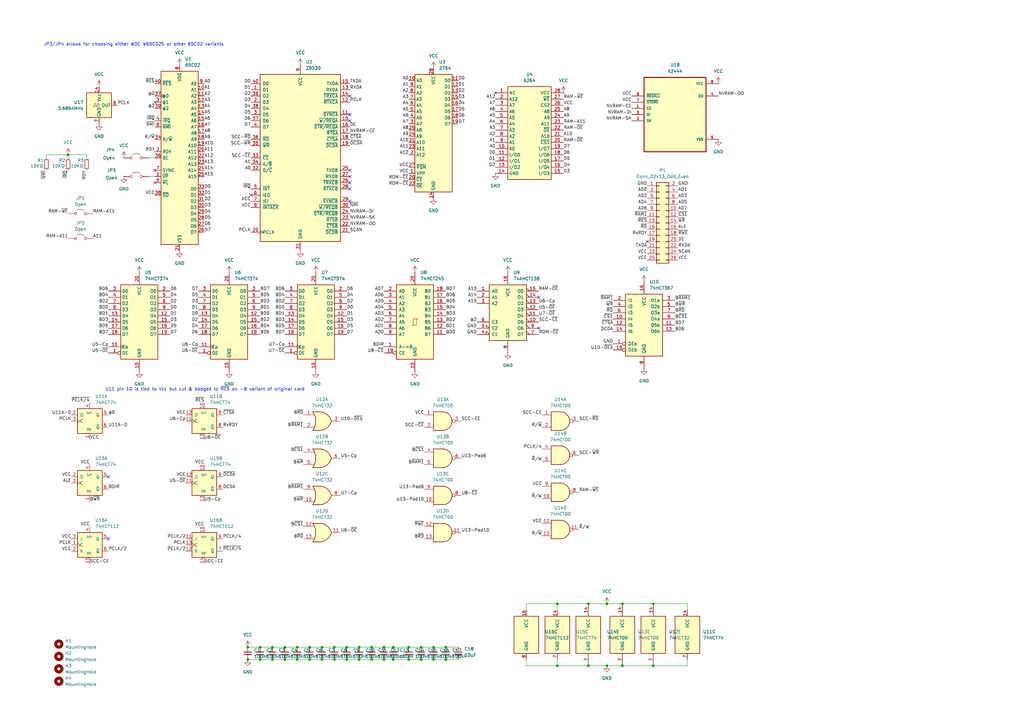
<source format=kicad_sch>
(kicad_sch (version 20231120) (generator "eeschema") (generator_version "8.0")
  (paper "A3")
  (junction (at 172.72 265.43))
  (junction (at 147.32 265.43))
  (junction (at 177.8 265.43))
  (junction (at 127 265.43))
  (junction (at 172.72 270.51))
  (junction (at 241.3 273.05))
  (junction (at 121.92 265.43))
  (junction (at 101.6 265.43))
  (junction (at 177.8 270.51))
  (junction (at 241.3 247.65))
  (junction (at 255.27 273.05))
  (junction (at 228.6 247.65))
  (junction (at 106.68 265.43))
  (junction (at 111.76 265.43))
  (junction (at 267.97 273.05))
  (junction (at 152.4 265.43))
  (junction (at 182.88 270.51))
  (junction (at 161.29 265.43))
  (junction (at 157.48 270.51))
  (junction (at 111.76 270.51))
  (junction (at 161.29 270.51))
  (junction (at 267.97 247.65))
  (junction (at 101.6 270.51))
  (junction (at 255.27 247.65))
  (junction (at 137.16 265.43))
  (junction (at 142.24 270.51))
  (junction (at 27.94 63.5))
  (junction (at 147.32 270.51))
  (junction (at 248.92 273.05))
  (junction (at 132.08 270.51))
  (junction (at 132.08 265.43))
  (junction (at 167.64 270.51))
  (junction (at 157.48 265.43))
  (junction (at 142.24 265.43))
  (junction (at 182.88 265.43))
  (junction (at 116.84 265.43))
  (junction (at 228.6 273.05))
  (junction (at 106.68 270.51))
  (junction (at 137.16 270.51))
  (junction (at 152.4 270.51))
  (junction (at 248.92 247.65))
  (junction (at 121.92 270.51))
  (junction (at 116.84 270.51))
  (junction (at 127 270.51))
  (junction (at 167.64 265.43))
  (no_connect (at 220.98 121.92))
  (no_connect (at 143.51 82.55))
  (no_connect (at 44.45 195.58))
  (no_connect (at 265.43 99.06))
  (no_connect (at 143.51 69.85))
  (no_connect (at 102.87 80.01))
  (no_connect (at 143.51 72.39))
  (no_connect (at 44.45 220.98))
  (no_connect (at 143.51 39.37))
  (no_connect (at 143.51 49.53))
  (no_connect (at 63.5 69.85))
  (no_connect (at 220.98 134.62))
  (no_connect (at 143.51 77.47))
  (no_connect (at 143.51 46.99))
  (no_connect (at 143.51 74.93))
  (no_connect (at 63.5 41.91))
  (no_connect (at 63.5 74.93))
  (wire (pts (xy 228.6 273.05) (xy 241.3 273.05)))
  (wire (pts (xy 241.3 273.05) (xy 248.92 273.05)))
  (wire (pts (xy 161.29 270.51) (xy 167.64 270.51)))
  (wire (pts (xy 60.96 64.77) (xy 63.5 64.77)))
  (wire (pts (xy 267.97 273.05) (xy 281.94 273.05)))
  (wire (pts (xy 27.94 63.5) (xy 35.56 63.5)))
  (wire (pts (xy 157.48 265.43) (xy 161.29 265.43)))
  (wire (pts (xy 228.6 247.65) (xy 228.6 250.19)))
  (wire (pts (xy 137.16 270.51) (xy 142.24 270.51)))
  (wire (pts (xy 228.6 247.65) (xy 241.3 247.65)))
  (wire (pts (xy 19.05 63.5) (xy 27.94 63.5)))
  (wire (pts (xy 101.6 265.43) (xy 106.68 265.43)))
  (wire (pts (xy 167.64 265.43) (xy 172.72 265.43)))
  (wire (pts (xy 255.27 273.05) (xy 267.97 273.05)))
  (wire (pts (xy 281.94 273.05) (xy 281.94 270.51)))
  (wire (pts (xy 248.92 247.65) (xy 255.27 247.65)))
  (wire (pts (xy 248.92 273.05) (xy 255.27 273.05)))
  (wire (pts (xy 172.72 265.43) (xy 177.8 265.43)))
  (wire (pts (xy 60.96 72.39) (xy 63.5 72.39)))
  (wire (pts (xy 215.9 273.05) (xy 228.6 273.05)))
  (wire (pts (xy 121.92 270.51) (xy 127 270.51)))
  (wire (pts (xy 35.56 64.77) (xy 35.56 63.5)))
  (wire (pts (xy 27.94 63.5) (xy 27.94 64.77)))
  (wire (pts (xy 152.4 270.51) (xy 157.48 270.51)))
  (wire (pts (xy 161.29 265.43) (xy 167.64 265.43)))
  (wire (pts (xy 142.24 265.43) (xy 147.32 265.43)))
  (wire (pts (xy 111.76 265.43) (xy 116.84 265.43)))
  (wire (pts (xy 147.32 265.43) (xy 152.4 265.43)))
  (wire (pts (xy 157.48 270.51) (xy 161.29 270.51)))
  (wire (pts (xy 182.88 265.43) (xy 187.96 265.43)))
  (wire (pts (xy 182.88 270.51) (xy 187.96 270.51)))
  (wire (pts (xy 106.68 265.43) (xy 111.76 265.43)))
  (wire (pts (xy 215.9 273.05) (xy 215.9 270.51)))
  (wire (pts (xy 255.27 247.65) (xy 267.97 247.65)))
  (wire (pts (xy 137.16 265.43) (xy 142.24 265.43)))
  (wire (pts (xy 121.92 265.43) (xy 127 265.43)))
  (wire (pts (xy 267.97 247.65) (xy 281.94 247.65)))
  (wire (pts (xy 132.08 270.51) (xy 137.16 270.51)))
  (wire (pts (xy 172.72 270.51) (xy 177.8 270.51)))
  (wire (pts (xy 19.05 64.77) (xy 19.05 63.5)))
  (wire (pts (xy 116.84 265.43) (xy 121.92 265.43)))
  (wire (pts (xy 106.68 270.51) (xy 111.76 270.51)))
  (wire (pts (xy 147.32 270.51) (xy 152.4 270.51)))
  (wire (pts (xy 132.08 265.43) (xy 137.16 265.43)))
  (wire (pts (xy 167.64 270.51) (xy 172.72 270.51)))
  (wire (pts (xy 228.6 273.05) (xy 228.6 270.51)))
  (wire (pts (xy 152.4 265.43) (xy 157.48 265.43)))
  (wire (pts (xy 127 270.51) (xy 132.08 270.51)))
  (wire (pts (xy 177.8 270.51) (xy 182.88 270.51)))
  (wire (pts (xy 142.24 270.51) (xy 147.32 270.51)))
  (wire (pts (xy 111.76 270.51) (xy 116.84 270.51)))
  (wire (pts (xy 215.9 247.65) (xy 228.6 247.65)))
  (wire (pts (xy 116.84 270.51) (xy 121.92 270.51)))
  (wire (pts (xy 101.6 270.51) (xy 106.68 270.51)))
  (wire (pts (xy 241.3 247.65) (xy 248.92 247.65)))
  (wire (pts (xy 215.9 247.65) (xy 215.9 250.19)))
  (wire (pts (xy 127 265.43) (xy 132.08 265.43)))
  (wire (pts (xy 177.8 265.43) (xy 182.88 265.43)))
  (wire (pts (xy 281.94 250.19) (xy 281.94 247.65)))
  (text "JP3/JP4 allows for choosing either WDC W65C02S or other 65C02 variants" (at 54.864 18.288 0) (effects (font (size 1.27 1.27))))
  (text "U11 pin 10 is tied to Vcc but cut & bodged to ~{RES} on -B variant of original card" (at 84.074 159.766 0) (effects (font (size 1.27 1.27))))
  (label "SCC-~{CE}" (at 102.87 64.77 180))
  (label "VCC" (at 173.99 170.18 180))
  (label "D5" (at 231.14 66.04 0))
  (label "B~{CS1}" (at 124.46 215.9 180))
  (label "TXDA" (at 143.51 34.29 0))
  (label "B~{RD}" (at 173.99 220.98 180))
  (label "A0" (at 203.2 60.96 180))
  (label "D3" (at 231.14 71.12 0))
  (label "~{RES}" (at 83.82 165.1 180))
  (label "PCLK{slash}4" (at 91.44 220.98 0))
  (label "U8-~{CE}" (at 157.48 144.78 180))
  (label "DCDA" (at 251.46 135.89 180))
  (label "D1" (at 81.28 127 180))
  (label "BD0" (at 116.84 127 180))
  (label "U13-Pad6" (at 173.99 200.66 180))
  (label "RAM-~{WE}" (at 231.14 40.64 0))
  (label "NVRAM-DI" (at 259.08 46.99 180))
  (label "U11A-D" (at 44.45 175.26 0))
  (label "D6" (at 231.14 63.5 0))
  (label "A10" (at 231.14 55.88 0))
  (label "BD7" (at 276.86 133.35 0))
  (label "A6" (at 167.64 48.26 180))
  (label "AD1" (at 278.13 78.74 0))
  (label "BD0" (at 44.45 127 180))
  (label "VCC" (at 29.21 195.58 180))
  (label "AD6" (at 157.48 121.92 180))
  (label "PCLK" (at 143.51 41.91 0))
  (label "R{slash}~{W}" (at 63.5 57.15 180))
  (label "D6" (at 102.87 49.53 180))
  (label "D1" (at 69.85 129.54 0))
  (label "~{DCDA}" (at 91.44 195.58 0))
  (label "AD3" (at 157.48 129.54 180))
  (label "SCAN" (at 143.51 95.25 0))
  (label "U5-Cp" (at 139.7 187.96 0))
  (label "BD1" (at 106.68 127 0))
  (label "A2" (at 167.64 38.1 180))
  (label "A4" (at 167.64 43.18 180))
  (label "BD6" (at 44.45 119.38 180))
  (label "D6" (at 142.24 119.38 0))
  (label "NVRAM-SK" (at 143.51 90.17 0))
  (label "~{CTSA}" (at 143.51 57.15 0))
  (label "D2" (at 102.87 39.37 180))
  (label "SCC-~{CE}" (at 220.98 132.08 0))
  (label "PCLK" (at 29.21 172.72 180))
  (label "SCC-~{WR}" (at 237.49 186.69 0))
  (label "AD0" (at 157.48 137.16 180))
  (label "VCC" (at 29.21 226.06 180))
  (label "AD4" (at 265.43 83.82 180))
  (label "U6-~{OE}" (at 139.7 218.44 0))
  (label "BD6" (at 116.84 119.38 180))
  (label "U13-Pad10" (at 189.23 218.44 0))
  (label "U5-Cp" (at 83.82 205.74 0))
  (label "NVRAM-DO" (at 294.64 39.37 0))
  (label "BD6" (at 276.86 135.89 0))
  (label "A13" (at 195.58 119.38 180))
  (label "D6" (at 83.82 92.71 0))
  (label "AD5" (at 278.13 83.82 0))
  (label "BD2" (at 182.88 132.08 0))
  (label "D5" (at 81.28 121.92 180))
  (label "A1" (at 102.87 67.31 180))
  (label "PCLK{slash}2" (at 76.2 220.98 180))
  (label "BD2" (at 106.68 132.08 0))
  (label "RxRDY" (at 265.43 96.52 180))
  (label "VCC" (at 36.83 190.5 180))
  (label "SCAN" (at 278.13 104.14 0))
  (label "U6-Cp" (at 81.28 142.24 180))
  (label "B~{RD}" (at 124.46 220.98 180))
  (label "B~{CS1}" (at 276.86 130.81 0))
  (label "U6-Cp" (at 220.98 124.46 0))
  (label "SCC-~{WR}" (at 102.87 59.69 180))
  (label "RAM-~{WE}" (at 237.49 201.93 0))
  (label "A7" (at 203.2 43.18 180))
  (label "SCC-~{CE}" (at 173.99 175.26 180))
  (label "BD0" (at 106.68 129.54 0))
  (label "B~{RAM1}" (at 124.46 200.66 180))
  (label "~{DCDA}" (at 143.51 59.69 0))
  (label "A5" (at 167.64 45.72 180))
  (label "A6" (at 83.82 49.53 0))
  (label "DE" (at 278.13 99.06 0))
  (label "A6" (at 203.2 45.72 180))
  (label "B~{CS1}" (at 173.99 185.42 180))
  (label "GND" (at 265.43 76.2 180))
  (label "D3" (at 69.85 132.08 0))
  (label "D0" (at 81.28 129.54 180))
  (label "A11" (at 167.64 60.96 180))
  (label "D2" (at 83.82 82.55 0))
  (label "A7" (at 83.82 52.07 0))
  (label "~{R}{slash}W" (at 237.49 217.17 0))
  (label "ROM-~{CE}" (at 167.64 73.66 180))
  (label "~{NMI}" (at 143.51 85.09 0))
  (label "VCC" (at 102.87 82.55 180))
  (label "RXDA" (at 278.13 101.6 0))
  (label "R{slash}~{W}" (at 222.25 175.26 180))
  (label "~{RAM1}" (at 251.46 123.19 180))
  (label "B~{RD}" (at 276.86 128.27 0))
  (label "D7" (at 231.14 60.96 0))
  (label "VCC" (at 102.87 85.09 180))
  (label "U5-~{OE}" (at 44.45 144.78 180))
  (label "BD5" (at 182.88 124.46 0))
  (label "D6" (at 187.96 48.26 0))
  (label "D4" (at 81.28 134.62 180))
  (label "D2" (at 81.28 132.08 180))
  (label "D5" (at 187.96 45.72 0))
  (label "D0" (at 203.2 63.5 180))
  (label "D1" (at 142.24 129.54 0))
  (label "VCC" (at 167.64 71.12 180))
  (label "~{RWE}" (at 278.13 96.52 0))
  (label "SCC-CE" (at 189.23 172.72 0))
  (label "VCC" (at 231.14 43.18 0))
  (label "VCC" (at 167.64 68.58 180))
  (label "D4" (at 187.96 43.18 0))
  (label "RxRDY" (at 91.44 175.26 0))
  (label "SCC-CE" (at 222.25 170.18 180))
  (label "VCC" (at 259.08 41.91 180))
  (label "D1" (at 187.96 35.56 0))
  (label "BD3" (at 182.88 129.54 0))
  (label "BD4" (at 182.88 127 0))
  (label "A3" (at 83.82 41.91 0))
  (label "SCC-CE" (at 36.83 231.14 0))
  (label "BD7" (at 182.88 119.38 0))
  (label "A3" (at 167.64 40.64 180))
  (label "RAM-A11" (at 231.14 50.8 0))
  (label "~{RD}" (at 251.46 128.27 180))
  (label "D1" (at 83.82 80.01 0))
  (label "BD4" (at 116.84 121.92 180))
  (label "BD1" (at 182.88 134.62 0))
  (label "D7" (at 142.24 137.16 0))
  (label "~{WR}" (at 278.13 91.44 0))
  (label "GND" (at 278.13 76.2 0))
  (label "U10-~{OEb}" (at 251.46 143.51 180))
  (label "TXDA" (at 265.43 101.6 180))
  (label "A2" (at 83.82 39.37 0))
  (label "~{NMI}" (at 19.05 69.85 270))
  (label "U7-~{OE}" (at 116.84 144.78 180))
  (label "BDIR" (at 44.45 200.66 0))
  (label "D2" (at 187.96 38.1 0))
  (label "B~{WR}" (at 276.86 125.73 0))
  (label "ROM-~{CE}" (at 167.64 76.2 180))
  (label "ϕ0" (at 44.45 170.18 0))
  (label "~{WR}" (at 251.46 125.73 180))
  (label "BD2" (at 116.84 124.46 180))
  (label "RDY" (at 35.56 69.85 270))
  (label "A9" (at 231.14 48.26 0))
  (label "BD3" (at 44.45 132.08 180))
  (label "U5-Cp" (at 44.45 142.24 180))
  (label "BD6" (at 106.68 137.16 0))
  (label "~{RD}" (at 265.43 93.98 180))
  (label "D4" (at 102.87 44.45 180))
  (label "~{RAM1}" (at 265.43 88.9 180))
  (label "D3" (at 81.28 124.46 180))
  (label "D4" (at 83.82 87.63 0))
  (label "~{IRQ}" (at 102.87 77.47 180))
  (label "D0" (at 83.82 77.47 0))
  (label "D1" (at 102.87 36.83 180))
  (label "GND" (at 195.58 134.62 180))
  (label "NVRAM-CE" (at 259.08 44.45 180))
  (label "~{PCLK{slash}4}" (at 36.83 165.1 180))
  (label "VCC" (at 265.43 104.14 180))
  (label "RDY" (at 63.5 62.23 180))
  (label "D3" (at 102.87 41.91 180))
  (label "B~{RAM1}" (at 276.86 123.19 0))
  (label "BD3" (at 106.68 124.46 0))
  (label "VCC" (at 36.83 215.9 180))
  (label "A0" (at 167.64 33.02 180))
  (label "D7" (at 83.82 95.25 0))
  (label "D1" (at 203.2 66.04 180))
  (label "BD5" (at 44.45 134.62 180))
  (label "~{R}{slash}W" (at 222.25 204.47 180))
  (label "U5-~{OE}" (at 220.98 127 0))
  (label "D5" (at 102.87 46.99 180))
  (label "RAM-~{OE}" (at 231.14 58.42 0))
  (label "NVRAM-DI" (at 143.51 87.63 0))
  (label "U7-Cp" (at 139.7 203.2 0))
  (label "D6" (at 81.28 137.16 180))
  (label "AD2" (at 265.43 81.28 180))
  (label "BD5" (at 116.84 134.62 180))
  (label "VCC" (at 278.13 106.68 0))
  (label "A7" (at 167.64 50.8 180))
  (label "B~{WR}" (at 36.83 205.74 0))
  (label "D5" (at 69.85 134.62 0))
  (label "~{PCLK{slash}4}" (at 91.44 226.06 0))
  (label "D0" (at 102.87 34.29 180))
  (label "~{CTSA}" (at 91.44 170.18 0))
  (label "ALE" (at 278.13 93.98 0))
  (label "U6-Cp" (at 76.2 172.72 180))
  (label "PCLK" (at 76.2 223.52 180))
  (label "~{RES}" (at 265.43 91.44 180))
  (label "D4" (at 142.24 121.92 0))
  (label "VCC" (at 222.25 199.39 180))
  (label "A1" (at 167.64 35.56 180))
  (label "ALE" (at 29.21 198.12 180))
  (label "VCC" (at 83.82 190.5 180))
  (label "A5" (at 83.82 46.99 0))
  (label "A11" (at 38.1 97.79 0))
  (label "~{IRQ}" (at 63.5 49.53 180))
  (label "ϕ2" (at 63.5 44.45 180))
  (label "A14" (at 83.82 69.85 0))
  (label "D0" (at 69.85 127 0))
  (label "A12" (at 203.2 40.64 180))
  (label "RAM-A11" (at 27.94 97.79 180))
  (label "~{CS1}" (at 251.46 130.81 180))
  (label "VCC" (at 265.43 106.68 180))
  (label "AD1" (at 157.48 134.62 180))
  (label "D5" (at 142.24 134.62 0))
  (label "A8" (at 231.14 45.72 0))
  (label "B~{RAM1}" (at 173.99 190.5 180))
  (label "AD0" (at 265.43 78.74 180))
  (label "VCC" (at 259.08 39.37 180))
  (label "A10" (at 167.64 58.42 180))
  (label "BDIR" (at 157.48 142.24 180))
  (label "BD4" (at 44.45 121.92 180))
  (label "BD3" (at 116.84 132.08 180))
  (label "R{slash}~{W}" (at 222.25 219.71 180))
  (label "D7" (at 69.85 137.16 0))
  (label "A0" (at 83.82 34.29 0))
  (label "VCC" (at 63.5 80.01 180))
  (label "BD7" (at 116.84 137.16 180))
  (label "A1" (at 83.82 36.83 0))
  (label "U7-~{OE}" (at 220.98 129.54 0))
  (label "A5" (at 203.2 48.26 180))
  (label "RXDA" (at 143.51 36.83 0))
  (label "PCLK" (at 102.87 95.25 180))
  (label "D0" (at 187.96 33.02 0))
  (label "GND" (at 195.58 137.16 180))
  (label "PCLK" (at 48.26 43.18 0))
  (label "A2" (at 203.2 55.88 180))
  (label "D3" (at 142.24 132.08 0))
  (label "B~{WR}" (at 124.46 205.74 180))
  (label "BD1" (at 116.84 129.54 180))
  (label "VCC" (at 76.2 195.58 180))
  (label "U7-Cp" (at 116.84 142.24 180))
  (label "SCC-CE" (at 83.82 231.14 0))
  (label "BD2" (at 44.45 124.46 180))
  (label "BD0" (at 182.88 137.16 0))
  (label "PCLK{slash}4" (at 222.25 184.15 180))
  (label "D7" (at 187.96 50.8 0))
  (label "A3" (at 203.2 53.34 180))
  (label "RAM-~{OE}" (at 231.14 53.34 0))
  (label "DCDA" (at 91.44 200.66 0))
  (label "AD7" (at 157.48 119.38 180))
  (label "U6-~{OE}" (at 81.28 144.78 180))
  (label "A10" (at 83.82 59.69 0))
  (label "D6" (at 69.85 119.38 0))
  (label "BD7" (at 106.68 119.38 0))
  (label "U5-~{OE}" (at 76.2 198.12 180))
  (label "A8" (at 83.82 54.61 0))
  (label "B~{RAM1}" (at 124.46 175.26 180))
  (label "~{RWE}" (at 173.99 215.9 180))
  (label "SCC-~{RD}" (at 102.87 57.15 180))
  (label "U10-~{OEb}" (at 139.7 172.72 0))
  (label "A9" (at 167.64 55.88 180))
  (label "~{CS1}" (at 278.13 88.9 0))
  (label "NVRAM-SK" (at 259.08 49.53 180))
  (label "AD6" (at 265.43 86.36 180))
  (label "U8-~{CE}" (at 189.23 203.2 0))
  (label "A0" (at 102.87 69.85 180))
  (label "U6-~{OE}" (at 83.82 180.34 0))
  (label "RAM-A11" (at 38.1 87.63 0))
  (label "~{RES}" (at 63.5 34.29 180))
  (label "D0" (at 142.24 127 0))
  (label "A4" (at 83.82 44.45 0))
  (label "D3" (at 83.82 85.09 0))
  (label "RAM-~{OE}" (at 220.98 119.38 0))
  (label "ROM-~{CE}" (at 220.98 137.16 0))
  (label "B~{WR}" (at 124.46 190.5 180))
  (label "BD5" (at 106.68 121.92 0))
  (label "GND" (at 251.46 140.97 180))
  (label "A12" (at 83.82 64.77 0))
  (label "D3" (at 187.96 40.64 0))
  (label "B~{RD}" (at 124.46 170.18 180))
  (label "D2" (at 142.24 124.46 0))
  (label "U13-Pad10" (at 173.99 205.74 180))
  (label "VCC" (at 36.83 180.34 0))
  (label "AD5" (at 157.48 124.46 180))
  (label "~{R}{slash}W" (at 222.25 189.23 180))
  (label "PCLK{slash}2" (at 76.2 226.06 180))
  (label "BD1" (at 44.45 129.54 180))
  (label "A13" (at 83.82 67.31 0))
  (label "DE" (at 143.51 52.07 0))
  (label "VCC" (at 222.25 214.63 180))
  (label "D2" (at 203.2 68.58 180))
  (label "PCLK{slash}2" (at 44.45 226.06 0))
  (label "A8" (at 167.64 53.34 180))
  (label "A15" (at 195.58 124.46 180))
  (label "VCC" (at 76.2 170.18 180))
  (label "U11A-D" (at 29.21 170.18 180))
  (label "VCC" (at 29.21 220.98 180))
  (label "B~{CS1}" (at 124.46 185.42 180))
  (label "A12" (at 167.64 63.5 180))
  (label "D5" (at 83.82 90.17 0))
  (label "ϕ2" (at 195.58 132.08 180))
  (label "D2" (at 69.85 124.46 0))
  (label "A4" (at 203.2 50.8 180))
  (label "~{NMI}" (at 63.5 52.07 180))
  (label "SCC-~{RD}" (at 237.49 172.72 0))
  (label "VCC" (at 83.82 215.9 180))
  (label "AD2" (at 157.48 132.08 180))
  (label "D7" (at 81.28 119.38 180))
  (label "U13-Pad6" (at 189.23 187.96 0))
  (label "BD6" (at 182.88 121.92 0))
  (label "AD7" (at 278.13 86.36 0))
  (label "ϕ0" (at 63.5 39.37 180))
  (label "A11" (at 83.82 62.23 0))
  (label "D7" (at 102.87 52.07 180))
  (label "D4" (at 69.85 121.92 0))
  (label "AD4" (at 157.48 127 180))
  (label "~{CTSA}" (at 251.46 133.35 180))
  (label "NVRAM-CE" (at 143.51 54.61 0))
  (label "A14" (at 195.58 121.92 180))
  (label "A1" (at 203.2 58.42 180))
  (label "~{IRQ}" (at 27.94 69.85 270))
  (label "BD7" (at 44.45 137.16 180))
  (label "A15" (at 83.82 72.39 0))
  (label "NVRAM-DO" (at 143.51 92.71 0))
  (label "A9" (at 83.82 57.15 0))
  (label "AD3" (at 278.13 81.28 0))
  (label "RAM-~{WE}" (at 27.94 87.63 180))
  (label "BD4" (at 106.68 134.62 0))
  (label "D4" (at 231.14 68.58 0))
  (label "PCLK" (at 29.21 223.52 180))
  (symbol (lib_id "power:VCC") (at 101.6 265.43 0) (unit 1)
    (property "Reference" "#PWR028" (effects (hide yes)))
    (property "Value" "VCC" (at 101.6 260.35 0))
    (property "Description" "Power symbol creates a global label with name \"VCC\"" (effects (hide yes)))
  )
  (symbol (lib_id "power:GND") (at 264.16 151.13 0) (unit 1)
    (property "Reference" "#PWR019" (effects (hide yes)))
    (property "Value" "GND" (at 264.16 156.21 0))
    (property "Description" "Power symbol creates a global label with name \"GND\" , ground" (effects (hide yes)))
  )
  (symbol (lib_id "74xx:74LS00") (at 181.61 218.44 0) (unit 4)
    (property "Reference" "U13" (at 181.6017 209.55 0))
    (property "Value" "74HCT00" (at 181.6017 212.09 0))
    (property "Footprint" "Package_DIP:DIP-14_W7.62mm" (effects (hide yes)))
    (property "Description" "quad 2-input NAND gate" (effects (hide yes)))
    (property "DigiKey Part Number" "296-2081-5-ND" (effects (hide yes)))
    (property "Mouser Part Number" "595-SN74HCT00N" (effects (hide yes)))
    (property "Manufacturer Part Number" "CD74HCT00E" (effects (hide yes)))
  )
  (symbol (lib_id "74xx:74LS112") (at 36.83 223.52 0) (unit 1)
    (property "Reference" "U16" (at 39.0241 213.36 0) (effects (justify left)))
    (property "Value" "74HCT112" (at 39.0241 215.9 0) (effects (justify left)))
    (property "Footprint" "Package_DIP:DIP-16_W7.62mm" (effects (hide yes)))
    (property "Description" "dual JK Flip-Flop, Set & Reset" (effects (hide yes)))
    (property "DigiKey Part Number" "296-9248-5-ND" (effects (hide yes)))
    (property "Mouser Part Number" "595-CD74HCT112E" (effects (hide yes)))
    (property "Manufacturer Part Number" "CD74HCT112E" (effects (hide yes)))
  )
  (symbol (lib_id "74xx:74LS374") (at 129.54 132.08 0) (unit 1)
    (property "Reference" "U7" (at 131.7341 111.76 0) (effects (justify left)))
    (property "Value" "74HCT374" (at 131.7341 114.3 0) (effects (justify left)))
    (property "Footprint" "Package_DIP:DIP-20_W7.62mm" (effects (hide yes)))
    (property "Description" "8-bit Register, 3-state outputs" (effects (hide yes)))
    (property "DigiKey Part Number" "296-1617-5-ND" (effects (hide yes)))
    (property "Mouser Part Number" "595-SN74HCT374N" (effects (hide yes)))
    (property "Manufacturer Part Number" "SN74HCT374N" (effects (hide yes)))
  )
  (symbol (lib_id "power:GND") (at 203.2 71.12 0) (unit 1)
    (property "Reference" "#PWR021" (effects (hide yes)))
    (property "Value" "GND" (at 203.2 76.2 0))
    (property "Description" "Power symbol creates a global label with name \"GND\" , ground" (effects (hide yes)))
  )
  (symbol (lib_id "Jumper:Jumper_2_Open") (at 55.88 72.39 0) (unit 1) (exclude_from_sim yes)
    (property "Reference" "JP3" (at 45.72 69.85 0))
    (property "Value" "Open" (at 45.72 72.898 0))
    (property "Footprint" "library:Jumper_1x02_P2.54mm_Vertical-SolderBridge" (effects (hide yes)))
    (property "Description" "Jumper, 2-pole, open" (effects (hide yes)))
  )
  (symbol (lib_id "power:VCC") (at 129.54 111.76 0) (unit 1)
    (property "Reference" "#PWR09" (effects (hide yes)))
    (property "Value" "VCC" (at 129.54 106.68 0))
    (property "Description" "Power symbol creates a global label with name \"VCC\"" (effects (hide yes)))
  )
  (symbol (lib_id "library:CAT24C44LI") (at 276.86 46.99 0) (unit 1)
    (property "Reference" "U18" (at 276.86 26.67 0))
    (property "Value" "X2444" (at 276.86 29.21 0))
    (property "Footprint" "Package_DIP:DIP-8_W7.62mm" (effects (hide yes)))
    (property "SnapEDA_Link" "https://www.snapeda.com/parts/CAT24C44LI/Onsemi/view-part/?ref=snap" (effects (hide yes)))
    (property "Description_1" "\n                        \n                            NVSRAM (Non-Volatile SRAM) Memory IC 256b (16 x 16) SPI 1 MHz 8-PDIP\n                        \n" (effects (hide yes)))
    (property "MF" "ON Semiconductor" (effects (hide yes)))
    (property "Package" "DIP-8 ON Semiconductor" (effects (hide yes)))
    (property "Check_prices" "https://www.snapeda.com/parts/CAT24C44LI/Onsemi/view-part/?ref=eda" (effects (hide yes)))
    (property "MP" "CAT24C44LI" (effects (hide yes)))
    (property "DigiKey Part Number" "CAT24C44LI-ND" (effects (hide yes)))
  )
  (symbol (lib_id "Mechanical:MountingHole") (at 24.13 264.16 0) (unit 1) (exclude_from_sim yes)
    (property "Reference" "H1" (at 26.67 262.8899 0) (effects (justify left)))
    (property "Value" "MountingHole" (at 26.67 265.4299 0) (effects (justify left)))
    (property "Description" "Mounting Hole without connection" (effects (hide yes)))
    (property "DigiKey Part Number" "952-3469-ND" (effects (hide yes)))
    (property "Mouser Part Number" "855-R6413-00" (effects (hide yes)))
    (property "Manufacturer Part Number" "R6413-00" (effects (hide yes)))
  )
  (symbol (lib_id "power:GND") (at 170.18 152.4 0) (unit 1)
    (property "Reference" "#PWR017" (effects (hide yes)))
    (property "Value" "GND" (at 170.18 157.48 0))
    (property "Description" "Power symbol creates a global label with name \"GND\" , ground" (effects (hide yes)))
  )
  (symbol (lib_id "74xx:74LS00") (at 229.87 172.72 0) (unit 1)
    (property "Reference" "U14" (at 229.8617 163.83 0))
    (property "Value" "74HCT00" (at 229.8617 166.37 0))
    (property "Footprint" "Package_DIP:DIP-14_W7.62mm" (effects (hide yes)))
    (property "Description" "quad 2-input NAND gate" (effects (hide yes)))
    (property "Manufacturer Part Number" "CD74HCT00E" (effects (hide yes)))
    (property "Mouser Part Number" "595-SN74HCT00N" (effects (hide yes)))
    (property "DigiKey Part Number" "296-2081-5-ND" (effects (hide yes)))
  )
  (symbol (lib_id "74xx:74LS374") (at 57.15 132.08 0) (unit 1)
    (property "Reference" "U5" (at 59.3441 111.76 0) (effects (justify left)))
    (property "Value" "74HCT374" (at 59.3441 114.3 0) (effects (justify left)))
    (property "Footprint" "Package_DIP:DIP-20_W7.62mm" (effects (hide yes)))
    (property "Description" "8-bit Register, 3-state outputs" (effects (hide yes)))
    (property "DigiKey Part Number" "296-1617-5-ND" (effects (hide yes)))
    (property "Mouser Part Number" "595-SN74HCT374N" (effects (hide yes)))
    (property "Manufacturer Part Number" "SN74HCT374N" (effects (hide yes)))
  )
  (symbol (lib_id "library:C_Decouple") (at 177.8 267.97 0) (unit 1)
    (property "Reference" "C16" (at 180.34 266.7062 0) (effects (justify left)))
    (property "Value" "100nF" (at 180.34 269.2462 0) (effects (justify left)))
    (property "Footprint" "Capacitor_THT:C_Disc_D4.3mm_W1.9mm_P5.00mm" (effects (hide yes)))
    (property "Description" "Unpolarized capacitor, small symbol" (effects (hide yes)))
    (property "DigiKey Part Number" "445-173588-1-ND" (effects (hide yes)))
    (property "Mouser Part Number" "810-FG28X7R1H104KNT6" (effects (hide yes)))
    (property "Manufacturer Part Number" "FG28X7R1H104KNT06" (effects (hide yes)))
  )
  (symbol (lib_id "74xx:74LS00") (at 229.87 217.17 0) (unit 4)
    (property "Reference" "U14" (at 229.8617 208.28 0))
    (property "Value" "74HCT00" (at 229.8617 210.82 0))
    (property "Footprint" "Package_DIP:DIP-14_W7.62mm" (effects (hide yes)))
    (property "Description" "quad 2-input NAND gate" (effects (hide yes)))
    (property "Manufacturer Part Number" "CD74HCT00E" (effects (hide yes)))
    (property "DigiKey Part Number" "296-2081-5-ND" (effects (hide yes)))
    (property "Mouser Part Number" "595-SN74HCT00N" (effects (hide yes)))
  )
  (symbol (lib_id "power:VCC") (at 208.28 111.76 0) (unit 1)
    (property "Reference" "#PWR07" (effects (hide yes)))
    (property "Value" "VCC" (at 208.28 106.68 0))
    (property "Description" "Power symbol creates a global label with name \"VCC\"" (effects (hide yes)))
  )
  (symbol (lib_id "74xx:74LS112") (at 83.82 223.52 0) (unit 2)
    (property "Reference" "U16" (at 86.0141 213.36 0) (effects (justify left)))
    (property "Value" "74HCT112" (at 86.0141 215.9 0) (effects (justify left)))
    (property "Footprint" "Package_DIP:DIP-16_W7.62mm" (effects (hide yes)))
    (property "Description" "dual JK Flip-Flop, Set & Reset" (effects (hide yes)))
    (property "DigiKey Part Number" "296-9248-5-ND" (effects (hide yes)))
    (property "Mouser Part Number" "595-CD74HCT112E" (effects (hide yes)))
    (property "Manufacturer Part Number" "CD74HCT112E" (effects (hide yes)))
  )
  (symbol (lib_id "power:VCC") (at 231.14 38.1 0) (unit 1)
    (property "Reference" "#PWR04" (effects (hide yes)))
    (property "Value" "VCC" (at 231.14 33.02 0))
    (property "Description" "Power symbol creates a global label with name \"VCC\"" (effects (hide yes)))
  )
  (symbol (lib_id "Oscillator:ACO-xxxMHz") (at 40.64 43.18 0) (unit 1)
    (property "Reference" "U17" (at 34.29 41.9099 0) (effects (justify right)))
    (property "Value" "3.6864MHz" (at 34.29 44.4499 0) (effects (justify right)))
    (property "Footprint" "library:Oscillator_DIP-8-14" (effects (hide yes)))
    (property "Datasheet" "http://www.conwin.com/datasheets/cx/cx030.pdf" (effects (hide yes)))
    (property "Description" "HCMOS Crystal Clock Oscillator, DIP14-style metal package" (effects (hide yes)))
    (property "DigiKey Part Number" "X941-ND" (effects (hide yes)))
    (property "Mouser Part Number" "774-MXO45-3C-3.6" (effects (hide yes)))
    (property "Manufacturer Part Number" "ECS-100AX-036" (effects (hide yes)))
  )
  (symbol (lib_id "74xx:74LS32") (at 132.08 172.72 0) (unit 1)
    (property "Reference" "U12" (at 132.08 163.83 0))
    (property "Value" "74HCT32" (at 132.08 166.37 0))
    (property "Footprint" "Package_DIP:DIP-14_W7.62mm" (effects (hide yes)))
    (property "Datasheet" "http://www.ti.com/lit/gpn/sn74LS32" (effects (hide yes)))
    (property "Description" "Quad 2-input OR" (effects (hide yes)))
    (property "DigiKey Part Number" "296-2112-5-ND" (effects (hide yes)))
    (property "Mouser Part Number" "595-CD74HCT112E" (effects (hide yes)))
    (property "Manufacturer Part Number" "CD74HCT32E" (effects (hide yes)))
  )
  (symbol (lib_id "library:C_Decouple") (at 142.24 267.97 0) (unit 1)
    (property "Reference" "C9" (at 144.78 266.7062 0) (effects (justify left)))
    (property "Value" "100nF" (at 144.78 269.2462 0) (effects (justify left)))
    (property "Footprint" "Capacitor_THT:C_Disc_D4.3mm_W1.9mm_P5.00mm" (effects (hide yes)))
    (property "Description" "Unpolarized capacitor, small symbol" (effects (hide yes)))
    (property "DigiKey Part Number" "445-173588-1-ND" (effects (hide yes)))
    (property "Mouser Part Number" "810-FG28X7R1H104KNT6" (effects (hide yes)))
    (property "Manufacturer Part Number" "FG28X7R1H104KNT06" (effects (hide yes)))
  )
  (symbol (lib_id "Jumper:Jumper_2_Open") (at 33.02 87.63 0) (unit 1) (exclude_from_sim yes)
    (property "Reference" "JP1" (at 33.02 81.28 0))
    (property "Value" "Open" (at 33.02 83.82 0))
    (property "Footprint" "library:Jumper_1x02_P2.54mm_Vertical-SolderBridge" (effects (hide yes)))
    (property "Description" "Jumper, 2-pole, open" (effects (hide yes)))
  )
  (symbol (lib_id "74xx:74LS00") (at 229.87 186.69 0) (unit 2)
    (property "Reference" "U14" (at 229.8617 177.8 0))
    (property "Value" "74HCT00" (at 229.8617 180.34 0))
    (property "Footprint" "Package_DIP:DIP-14_W7.62mm" (effects (hide yes)))
    (property "Description" "quad 2-input NAND gate" (effects (hide yes)))
    (property "Manufacturer Part Number" "CD74HCT00E" (effects (hide yes)))
    (property "Mouser Part Number" "595-SN74HCT00N" (effects (hide yes)))
    (property "DigiKey Part Number" "296-2081-5-ND" (effects (hide yes)))
  )
  (symbol (lib_id "74xx:74LS374") (at 93.98 132.08 0) (unit 1)
    (property "Reference" "U6" (at 96.1741 111.76 0) (effects (justify left)))
    (property "Value" "74HCT374" (at 96.1741 114.3 0) (effects (justify left)))
    (property "Footprint" "Package_DIP:DIP-20_W7.62mm" (effects (hide yes)))
    (property "Description" "8-bit Register, 3-state outputs" (effects (hide yes)))
    (property "DigiKey Part Number" "296-1617-5-ND" (effects (hide yes)))
    (property "Mouser Part Number" "595-SN74HCT374N" (effects (hide yes)))
    (property "Manufacturer Part Number" "SN74HCT374N" (effects (hide yes)))
  )
  (symbol (lib_id "74xx:74LS74") (at 83.82 172.72 0) (unit 2)
    (property "Reference" "U11" (at 86.0141 162.56 0) (effects (justify left)))
    (property "Value" "74HCT74" (at 86.0141 165.1 0) (effects (justify left)))
    (property "Footprint" "Package_DIP:DIP-14_W7.62mm" (effects (hide yes)))
    (property "Datasheet" "74xx/74hc_hct74.pdf" (effects (hide yes)))
    (property "Description" "Dual D Flip-flop, Set & Reset" (effects (hide yes)))
    (property "DigiKey Part Number" "296-1625-5-ND" (effects (hide yes)))
    (property "Mouser Part Number" "595-SN74HC74N" (effects (hide yes)))
    (property "Manufacturer Part Number" "SN74HCT74N" (effects (hide yes)))
  )
  (symbol (lib_id "power:VCC") (at 93.98 111.76 0) (unit 1)
    (property "Reference" "#PWR010" (effects (hide yes)))
    (property "Value" "VCC" (at 93.98 106.68 0))
    (property "Description" "Power symbol creates a global label with name \"VCC\"" (effects (hide yes)))
  )
  (symbol (lib_id "power:VCC") (at 294.64 34.29 0) (unit 1)
    (property "Reference" "#PWR05" (effects (hide yes)))
    (property "Value" "VCC" (at 294.64 29.21 0))
    (property "Description" "Power symbol creates a global label with name \"VCC\"" (effects (hide yes)))
  )
  (symbol (lib_id "Mechanical:MountingHole") (at 24.13 279.4 0) (unit 1) (exclude_from_sim yes)
    (property "Reference" "H4" (at 26.67 278.1299 0) (effects (justify left)))
    (property "Value" "MountingHole" (at 26.67 280.6699 0) (effects (justify left)))
    (property "Description" "Mounting Hole without connection" (effects (hide yes)))
    (property "DigiKey Part Number" "952-3469-ND" (effects (hide yes)))
    (property "Mouser Part Number" "855-R6413-00" (effects (hide yes)))
    (property "Manufacturer Part Number" "R6413-00" (effects (hide yes)))
  )
  (symbol (lib_id "library:C_Decouple") (at 101.6 267.97 0) (unit 1)
    (property "Reference" "C1" (at 104.14 266.7062 0) (effects (justify left)))
    (property "Value" "100nF" (at 104.14 269.2462 0) (effects (justify left)))
    (property "Footprint" "Capacitor_THT:C_Disc_D4.3mm_W1.9mm_P5.00mm" (effects (hide yes)))
    (property "Description" "Unpolarized capacitor, small symbol" (effects (hide yes)))
    (property "DigiKey Part Number" "445-173588-1-ND" (effects (hide yes)))
    (property "Mouser Part Number" "810-FG28X7R1H104KNT6" (effects (hide yes)))
    (property "Manufacturer Part Number" "FG28X7R1H104KNT06" (effects (hide yes)))
  )
  (symbol (lib_id "power:GND") (at 50.8 72.39 0) (unit 1)
    (property "Reference" "#PWR31" (effects (hide yes)))
    (property "Value" "GND" (at 50.8 77.47 0))
    (property "Description" "Power symbol creates a global label with name \"GND\" , ground" (effects (hide yes)))
  )
  (symbol (lib_id "74xx:74LS32") (at 132.08 218.44 0) (unit 4)
    (property "Reference" "U12" (at 132.08 209.55 0))
    (property "Value" "74HCT32" (at 132.08 212.09 0))
    (property "Footprint" "Package_DIP:DIP-14_W7.62mm" (effects (hide yes)))
    (property "Datasheet" "http://www.ti.com/lit/gpn/sn74LS32" (effects (hide yes)))
    (property "Description" "Quad 2-input OR" (effects (hide yes)))
    (property "DigiKey Part Number" "296-2112-5-ND" (effects (hide yes)))
    (property "Mouser Part Number" "595-CD74HCT112E" (effects (hide yes)))
    (property "Manufacturer Part Number" "CD74HCT32E" (effects (hide yes)))
  )
  (symbol (lib_id "power:VCC") (at 123.19 26.67 0) (unit 1)
    (property "Reference" "#PWR02" (effects (hide yes)))
    (property "Value" "VCC" (at 123.19 21.59 0))
    (property "Description" "Power symbol creates a global label with name \"VCC\"" (effects (hide yes)))
  )
  (symbol (lib_id "PCM_65xx-library:W65C02SxP") (at 73.66 64.77 0) (unit 1)
    (property "Reference" "U1" (at 75.8541 24.13 0) (effects (justify left)))
    (property "Value" "65C02" (at 75.8541 26.67 0) (effects (justify left)))
    (property "Footprint" "Package_DIP:DIP-40_W15.24mm" (effects (hide yes)))
    (property "Datasheet" "http://www.westerndesigncenter.com/wdc/documentation/w65c02s.pdf" (effects (hide yes)))
    (property "Description" "8-bit CMOS General Purpose Microprocessor, DIP-40" (effects (hide yes)))
    (property "Mouser Part Number" "955-W65C02S6TPG-14" (effects (hide yes)))
    (property "Manufacturer Part Number" "W65C02S6TPG-14" (effects (hide yes)))
  )
  (symbol (lib_id "library:C_Decouple") (at 147.32 267.97 0) (unit 1)
    (property "Reference" "C10" (at 149.86 266.7062 0) (effects (justify left)))
    (property "Value" "100nF" (at 149.86 269.2462 0) (effects (justify left)))
    (property "Footprint" "Capacitor_THT:C_Disc_D4.3mm_W1.9mm_P5.00mm" (effects (hide yes)))
    (property "Description" "Unpolarized capacitor, small symbol" (effects (hide yes)))
    (property "DigiKey Part Number" "445-173588-1-ND" (effects (hide yes)))
    (property "Mouser Part Number" "810-FG28X7R1H104KNT6" (effects (hide yes)))
    (property "Manufacturer Part Number" "FG28X7R1H104KNT06" (effects (hide yes)))
  )
  (symbol (lib_id "library:C_Decouple") (at 116.84 267.97 0) (unit 1)
    (property "Reference" "C4" (at 119.38 266.7062 0) (effects (justify left)))
    (property "Value" "100nF" (at 119.38 269.2462 0) (effects (justify left)))
    (property "Footprint" "Capacitor_THT:C_Disc_D4.3mm_W1.9mm_P5.00mm" (effects (hide yes)))
    (property "Description" "Unpolarized capacitor, small symbol" (effects (hide yes)))
    (property "DigiKey Part Number" "445-173588-1-ND" (effects (hide yes)))
    (property "Mouser Part Number" "810-FG28X7R1H104KNT6" (effects (hide yes)))
    (property "Manufacturer Part Number" "FG28X7R1H104KNT06" (effects (hide yes)))
  )
  (symbol (lib_id "library:C_Decouple") (at 161.29 267.97 0) (unit 1)
    (property "Reference" "C13" (at 163.83 266.7062 0) (effects (justify left)))
    (property "Value" "100nF" (at 163.83 269.2462 0) (effects (justify left)))
    (property "Footprint" "Capacitor_THT:C_Disc_D4.3mm_W1.9mm_P5.00mm" (effects (hide yes)))
    (property "Description" "Unpolarized capacitor, small symbol" (effects (hide yes)))
    (property "DigiKey Part Number" "445-173588-1-ND" (effects (hide yes)))
    (property "Mouser Part Number" "810-FG28X7R1H104KNT6" (effects (hide yes)))
    (property "Manufacturer Part Number" "FG28X7R1H104KNT06" (effects (hide yes)))
  )
  (symbol (lib_id "74xx:74LS74") (at 36.83 172.72 0) (unit 1)
    (property "Reference" "U11" (at 39.0241 162.56 0) (effects (justify left)))
    (property "Value" "74HCT74" (at 39.0241 165.1 0) (effects (justify left)))
    (property "Footprint" "Package_DIP:DIP-14_W7.62mm" (effects (hide yes)))
    (property "Datasheet" "74xx/74hc_hct74.pdf" (effects (hide yes)))
    (property "Description" "Dual D Flip-flop, Set & Reset" (effects (hide yes)))
    (property "DigiKey Part Number" "296-1625-5-ND" (effects (hide yes)))
    (property "Mouser Part Number" "595-SN74HC74N" (effects (hide yes)))
    (property "Manufacturer Part Number" "SN74HCT74N" (effects (hide yes)))
  )
  (symbol (lib_id "power:GND") (at 129.54 152.4 0) (unit 1)
    (property "Reference" "#PWR016" (effects (hide yes)))
    (property "Value" "GND" (at 129.54 157.48 0))
    (property "Description" "Power symbol creates a global label with name \"GND\" , ground" (effects (hide yes)))
  )
  (symbol (lib_id "power:VCC") (at 170.18 111.76 0) (unit 1)
    (property "Reference" "#PWR08" (effects (hide yes)))
    (property "Value" "VCC" (at 170.18 106.68 0))
    (property "Description" "Power symbol creates a global label with name \"VCC\"" (effects (hide yes)))
  )
  (symbol (lib_id "Device:R_Small") (at 35.56 67.31 0) (unit 1)
    (property "Reference" "R3" (at 31.75 65.786 0) (effects (justify left)))
    (property "Value" "10KΩ" (at 28.956 68.072 0) (effects (justify left)))
    (property "Footprint" "Resistor_THT:R_Axial_DIN0207_L6.3mm_D2.5mm_P7.62mm_Horizontal" (effects (hide yes)))
    (property "Description" "Resistor, small symbol" (effects (hide yes)))
    (property "DigiKey Part Number" "10KEBK-ND" (effects (hide yes)))
    (property "Manufacturer Part Number" "CFR-12JB-52-10K" (effects (hide yes)))
    (property "Mouser Part Number" "603-CFR-12JB-52-10K" (effects (hide yes)))
  )
  (symbol (lib_id "74xx:74LS00") (at 255.27 260.35 0) (unit 5)
    (property "Reference" "U13" (at 261.62 259.0799 0) (effects (justify left)))
    (property "Value" "74HCT00" (at 261.62 261.6199 0) (effects (justify left)))
    (property "Footprint" "Package_DIP:DIP-14_W7.62mm" (effects (hide yes)))
    (property "Description" "quad 2-input NAND gate" (effects (hide yes)))
    (property "DigiKey Part Number" "296-2081-5-ND" (effects (hide yes)))
    (property "Mouser Part Number" "595-SN74HCT00N" (effects (hide yes)))
    (property "Manufacturer Part Number" "CD74HCT00E" (effects (hide yes)))
  )
  (symbol (lib_id "library:C_Decouple") (at 152.4 267.97 0) (unit 1)
    (property "Reference" "C11" (at 154.94 266.7062 0) (effects (justify left)))
    (property "Value" "100nF" (at 154.94 269.2462 0) (effects (justify left)))
    (property "Footprint" "Capacitor_THT:C_Disc_D4.3mm_W1.9mm_P5.00mm" (effects (hide yes)))
    (property "Description" "Unpolarized capacitor, small symbol" (effects (hide yes)))
    (property "DigiKey Part Number" "445-173588-1-ND" (effects (hide yes)))
    (property "Mouser Part Number" "810-FG28X7R1H104KNT6" (effects (hide yes)))
    (property "Manufacturer Part Number" "FG28X7R1H104KNT06" (effects (hide yes)))
  )
  (symbol (lib_id "power:GND") (at 93.98 152.4 0) (unit 1)
    (property "Reference" "#PWR015" (effects (hide yes)))
    (property "Value" "GND" (at 93.98 157.48 0))
    (property "Description" "Power symbol creates a global label with name \"GND\" , ground" (effects (hide yes)))
  )
  (symbol (lib_id "power:GND") (at 177.8 81.28 0) (unit 1)
    (property "Reference" "#PWR022" (effects (hide yes)))
    (property "Value" "GND" (at 177.8 86.36 0))
    (property "Description" "Power symbol creates a global label with name \"GND\" , ground" (effects (hide yes)))
  )
  (symbol (lib_id "74xx:74LS74") (at 83.82 198.12 0) (unit 2)
    (property "Reference" "U15" (at 86.0141 187.96 0) (effects (justify left)))
    (property "Value" "74HCT74" (at 86.0141 190.5 0) (effects (justify left)))
    (property "Footprint" "Package_DIP:DIP-14_W7.62mm" (effects (hide yes)))
    (property "Datasheet" "74xx/74hc_hct74.pdf" (effects (hide yes)))
    (property "Description" "Dual D Flip-flop, Set & Reset" (effects (hide yes)))
    (property "DigiKey Part Number" "296-1625-5-ND" (effects (hide yes)))
    (property "Mouser Part Number" "595-SN74HC74N" (effects (hide yes)))
    (property "Manufacturer Part Number" "SN74HCT74N" (effects (hide yes)))
  )
  (symbol (lib_id "power:VCC") (at 57.15 111.76 0) (unit 1)
    (property "Reference" "#PWR011" (effects (hide yes)))
    (property "Value" "VCC" (at 57.15 106.68 0))
    (property "Description" "Power symbol creates a global label with name \"VCC\"" (effects (hide yes)))
  )
  (symbol (lib_id "power:VCC") (at 27.94 63.5 0) (unit 1)
    (property "Reference" "#PWR029" (effects (hide yes)))
    (property "Value" "VCC" (at 27.94 58.42 0))
    (property "Description" "Power symbol creates a global label with name \"VCC\"" (effects (hide yes)))
  )
  (symbol (lib_id "power:VCC") (at 177.8 27.94 0) (unit 1)
    (property "Reference" "#PWR03" (effects (hide yes)))
    (property "Value" "VCC" (at 177.8 22.86 0))
    (property "Description" "Power symbol creates a global label with name \"VCC\"" (effects (hide yes)))
  )
  (symbol (lib_id "library:C_Decouple") (at 172.72 267.97 0) (unit 1)
    (property "Reference" "C15" (at 175.26 266.7062 0) (effects (justify left)))
    (property "Value" "100nF" (at 175.26 269.2462 0) (effects (justify left)))
    (property "Footprint" "Capacitor_THT:C_Disc_D4.3mm_W1.9mm_P5.00mm" (effects (hide yes)))
    (property "Description" "Unpolarized capacitor, small symbol" (effects (hide yes)))
    (property "DigiKey Part Number" "445-173588-1-ND" (effects (hide yes)))
    (property "Mouser Part Number" "810-FG28X7R1H104KNT6" (effects (hide yes)))
    (property "Manufacturer Part Number" "FG28X7R1H104KNT06" (effects (hide yes)))
  )
  (symbol (lib_id "74xx:74LS00") (at 181.61 187.96 0) (unit 2)
    (property "Reference" "U13" (at 181.6017 179.07 0))
    (property "Value" "74HCT00" (at 181.6017 181.61 0))
    (property "Footprint" "Package_DIP:DIP-14_W7.62mm" (effects (hide yes)))
    (property "Description" "quad 2-input NAND gate" (effects (hide yes)))
    (property "DigiKey Part Number" "296-2081-5-ND" (effects (hide yes)))
    (property "Mouser Part Number" "595-SN74HCT00N" (effects (hide yes)))
    (property "Manufacturer Part Number" "CD74HCT00E" (effects (hide yes)))
  )
  (symbol (lib_id "power:VCC") (at 40.64 35.56 0) (unit 1)
    (property "Reference" "#PWR027" (effects (hide yes)))
    (property "Value" "VCC" (at 40.64 30.48 0))
    (property "Description" "Power symbol creates a global label with name \"VCC\"" (effects (hide yes)))
  )
  (symbol (lib_id "power:VCC") (at 73.66 26.67 0) (unit 1)
    (property "Reference" "#PWR01" (effects (hide yes)))
    (property "Value" "VCC" (at 73.66 21.59 0))
    (property "Description" "Power symbol creates a global label with name \"VCC\"" (effects (hide yes)))
  )
  (symbol (lib_id "74xx:74LS00") (at 241.3 260.35 0) (unit 5)
    (property "Reference" "U14" (at 248.92 259.0799 0) (effects (justify left)))
    (property "Value" "74HCT00" (at 248.92 261.6199 0) (effects (justify left)))
    (property "Footprint" "Package_DIP:DIP-14_W7.62mm" (effects (hide yes)))
    (property "Description" "quad 2-input NAND gate" (effects (hide yes)))
    (property "Manufacturer Part Number" "CD74HCT00E" (effects (hide yes)))
    (property "Mouser Part Number" "595-SN74HCT00N" (effects (hide yes)))
    (property "DigiKey Part Number" "296-2081-5-ND" (effects (hide yes)))
  )
  (symbol (lib_id "power:VCC") (at 264.16 115.57 0) (unit 1)
    (property "Reference" "#PWR06" (effects (hide yes)))
    (property "Value" "VCC" (at 264.16 110.49 0))
    (property "Description" "Power symbol creates a global label with name \"VCC\"" (effects (hide yes)))
  )
  (symbol (lib_id "power:GND") (at 248.92 273.05 0) (unit 1)
    (property "Reference" "#PWR013" (effects (hide yes)))
    (property "Value" "GND" (at 248.92 278.13 0))
    (property "Description" "Power symbol creates a global label with name \"GND\" , ground" (effects (hide yes)))
  )
  (symbol (lib_id "Jumper:Jumper_2_Open") (at 55.88 64.77 0) (unit 1) (exclude_from_sim yes)
    (property "Reference" "JP4" (at 45.212 61.468 0))
    (property "Value" "Open" (at 44.704 64.77 0))
    (property "Footprint" "library:Jumper_1x02_P2.54mm_Vertical-SolderBridge" (effects (hide yes)))
    (property "Description" "Jumper, 2-pole, open" (effects (hide yes)))
  )
  (symbol (lib_id "library:C_Decouple") (at 106.68 267.97 0) (unit 1)
    (property "Reference" "C2" (at 109.22 266.7062 0) (effects (justify left)))
    (property "Value" "100nF" (at 109.22 269.2462 0) (effects (justify left)))
    (property "Footprint" "Capacitor_THT:C_Disc_D4.3mm_W1.9mm_P5.00mm" (effects (hide yes)))
    (property "Description" "Unpolarized capacitor, small symbol" (effects (hide yes)))
    (property "DigiKey Part Number" "445-173588-1-ND" (effects (hide yes)))
    (property "Mouser Part Number" "810-FG28X7R1H104KNT6" (effects (hide yes)))
    (property "Manufacturer Part Number" "FG28X7R1H104KNT06" (effects (hide yes)))
  )
  (symbol (lib_id "library:C_Decouple") (at 132.08 267.97 0) (unit 1)
    (property "Reference" "C7" (at 134.62 266.7062 0) (effects (justify left)))
    (property "Value" "100nF" (at 134.62 269.2462 0) (effects (justify left)))
    (property "Footprint" "Capacitor_THT:C_Disc_D4.3mm_W1.9mm_P5.00mm" (effects (hide yes)))
    (property "Description" "Unpolarized capacitor, small symbol" (effects (hide yes)))
    (property "DigiKey Part Number" "445-173588-1-ND" (effects (hide yes)))
    (property "Mouser Part Number" "810-FG28X7R1H104KNT6" (effects (hide yes)))
    (property "Manufacturer Part Number" "FG28X7R1H104KNT06" (effects (hide yes)))
  )
  (symbol (lib_id "Device:R_Small") (at 19.05 67.31 0) (unit 1)
    (property "Reference" "R1" (at 15.24 65.786 0) (effects (justify left)))
    (property "Value" "10KΩ" (at 12.446 68.072 0) (effects (justify left)))
    (property "Footprint" "Resistor_THT:R_Axial_DIN0207_L6.3mm_D2.5mm_P7.62mm_Horizontal" (effects (hide yes)))
    (property "Description" "Resistor, small symbol" (effects (hide yes)))
    (property "DigiKey Part Number" "10KEBK-ND" (effects (hide yes)))
    (property "Manufacturer Part Number" "CFR-12JB-52-10K" (effects (hide yes)))
    (property "Mouser Part Number" "603-CFR-12JB-52-10K" (effects (hide yes)))
  )
  (symbol (lib_id "74xx:74LS32") (at 267.97 260.35 0) (unit 5)
    (property "Reference" "U12" (at 274.32 259.0799 0) (effects (justify left)))
    (property "Value" "74HCT32" (at 274.32 261.6199 0) (effects (justify left)))
    (property "Footprint" "Package_DIP:DIP-14_W7.62mm" (effects (hide yes)))
    (property "Datasheet" "http://www.ti.com/lit/gpn/sn74LS32" (effects (hide yes)))
    (property "Description" "Quad 2-input OR" (effects (hide yes)))
    (property "DigiKey Part Number" "296-2112-5-ND" (effects (hide yes)))
    (property "Mouser Part Number" "595-CD74HCT112E" (effects (hide yes)))
    (property "Manufacturer Part Number" "CD74HCT32E" (effects (hide yes)))
  )
  (symbol (lib_id "library:C_Decouple") (at 121.92 267.97 0) (unit 1)
    (property "Reference" "C5" (at 124.46 266.7062 0) (effects (justify left)))
    (property "Value" "100nF" (at 124.46 269.2462 0) (effects (justify left)))
    (property "Footprint" "Capacitor_THT:C_Disc_D4.3mm_W1.9mm_P5.00mm" (effects (hide yes)))
    (property "Description" "Unpolarized capacitor, small symbol" (effects (hide yes)))
    (property "DigiKey Part Number" "445-173588-1-ND" (effects (hide yes)))
    (property "Mouser Part Number" "810-FG28X7R1H104KNT6" (effects (hide yes)))
    (property "Manufacturer Part Number" "FG28X7R1H104KNT06" (effects (hide yes)))
  )
  (symbol (lib_id "power:VCC") (at 50.8 64.77 0) (unit 1)
    (property "Reference" "#PWR32" (effects (hide yes)))
    (property "Value" "VCC" (at 50.8 59.69 0))
    (property "Description" "Power symbol creates a global label with name \"VCC\"" (effects (hide yes)))
  )
  (symbol (lib_id "Device:R_Small") (at 27.94 67.31 0) (unit 1)
    (property "Reference" "R2" (at 24.13 65.786 0) (effects (justify left)))
    (property "Value" "10KΩ" (at 21.336 68.072 0) (effects (justify left)))
    (property "Footprint" "Resistor_THT:R_Axial_DIN0207_L6.3mm_D2.5mm_P7.62mm_Horizontal" (effects (hide yes)))
    (property "Description" "Resistor, small symbol" (effects (hide yes)))
    (property "DigiKey Part Number" "10KEBK-ND" (effects (hide yes)))
    (property "Manufacturer Part Number" "CFR-12JB-52-10K" (effects (hide yes)))
    (property "Mouser Part Number" "603-CFR-12JB-52-10K" (effects (hide yes)))
  )
  (symbol (lib_id "74xx:74LS138") (at 208.28 127 0) (unit 1)
    (property "Reference" "U9" (at 210.4741 111.76 0) (effects (justify left)))
    (property "Value" "74AHCT138" (at 210.4741 114.3 0) (effects (justify left)))
    (property "Footprint" "Package_DIP:DIP-16_W7.62mm" (effects (hide yes)))
    (property "Description" "Decoder 3 to 8 active low outputs" (effects (hide yes)))
    (property "DigiKey Part Number" "296-4666-5-ND" (effects (hide yes)))
    (property "Mouser Part Number" "595-SN74AHCT138N" (effects (hide yes)))
    (property "Manufacturer Part Number" "SN74AHCT138N" (effects (hide yes)))
  )
  (symbol (lib_id "library:C_Decouple") (at 157.48 267.97 0) (unit 1)
    (property "Reference" "C12" (at 160.02 266.7062 0) (effects (justify left)))
    (property "Value" "100nF" (at 160.02 269.2462 0) (effects (justify left)))
    (property "Footprint" "Capacitor_THT:C_Disc_D4.3mm_W1.9mm_P5.00mm" (effects (hide yes)))
    (property "Description" "Unpolarized capacitor, small symbol" (effects (hide yes)))
    (property "DigiKey Part Number" "445-173588-1-ND" (effects (hide yes)))
    (property "Mouser Part Number" "810-FG28X7R1H104KNT6" (effects (hide yes)))
    (property "Manufacturer Part Number" "FG28X7R1H104KNT06" (effects (hide yes)))
  )
  (symbol (lib_id "74xx:74LS74") (at 228.6 260.35 0) (unit 3)
    (property "Reference" "U15" (at 236.22 259.0799 0) (effects (justify left)))
    (property "Value" "74HCT74" (at 236.22 261.6199 0) (effects (justify left)))
    (property "Footprint" "Package_DIP:DIP-14_W7.62mm" (effects (hide yes)))
    (property "Datasheet" "74xx/74hc_hct74.pdf" (effects (hide yes)))
    (property "Description" "Dual D Flip-flop, Set & Reset" (effects (hide yes)))
    (property "DigiKey Part Number" "296-1625-5-ND" (effects (hide yes)))
    (property "Mouser Part Number" "595-SN74HC74N" (effects (hide yes)))
    (property "Manufacturer Part Number" "SN74HCT74N" (effects (hide yes)))
  )
  (symbol (lib_id "power:VCC") (at 248.92 247.65 0) (unit 1)
    (property "Reference" "#PWR012" (effects (hide yes)))
    (property "Value" "VCC" (at 248.92 242.57 0))
    (property "Description" "Power symbol creates a global label with name \"VCC\"" (effects (hide yes)))
  )
  (symbol (lib_id "Jumper:Jumper_2_Open") (at 33.02 97.79 0) (unit 1) (exclude_from_sim yes)
    (property "Reference" "JP2" (at 33.02 91.44 0))
    (property "Value" "Open" (at 33.02 93.98 0))
    (property "Footprint" "library:Jumper_1x02_P2.54mm_Vertical-SolderBridge" (effects (hide yes)))
    (property "Description" "Jumper, 2-pole, open" (effects (hide yes)))
  )
  (symbol (lib_id "power:GND") (at 123.19 102.87 0) (unit 1)
    (property "Reference" "#PWR023" (effects (hide yes)))
    (property "Value" "GND" (at 123.19 107.95 0))
    (property "Description" "Power symbol creates a global label with name \"GND\" , ground" (effects (hide yes)))
  )
  (symbol (lib_id "74xx:74LS74") (at 36.83 198.12 0) (unit 1)
    (property "Reference" "U15" (at 39.0241 187.96 0) (effects (justify left)))
    (property "Value" "74HCT74" (at 39.0241 190.5 0) (effects (justify left)))
    (property "Footprint" "Package_DIP:DIP-14_W7.62mm" (effects (hide yes)))
    (property "Datasheet" "74xx/74hc_hct74.pdf" (effects (hide yes)))
    (property "Description" "Dual D Flip-flop, Set & Reset" (effects (hide yes)))
    (property "DigiKey Part Number" "296-1625-5-ND" (effects (hide yes)))
    (property "Mouser Part Number" "595-SN74HC74N" (effects (hide yes)))
    (property "Manufacturer Part Number" "SN74HCT74N" (effects (hide yes)))
  )
  (symbol (lib_id "library:C_Decouple") (at 111.76 267.97 0) (unit 1)
    (property "Reference" "C3" (at 114.3 266.7062 0) (effects (justify left)))
    (property "Value" "100nF" (at 114.3 269.2462 0) (effects (justify left)))
    (property "Footprint" "Capacitor_THT:C_Disc_D4.3mm_W1.9mm_P5.00mm" (effects (hide yes)))
    (property "Description" "Unpolarized capacitor, small symbol" (effects (hide yes)))
    (property "DigiKey Part Number" "445-173588-1-ND" (effects (hide yes)))
    (property "Mouser Part Number" "810-FG28X7R1H104KNT6" (effects (hide yes)))
    (property "Manufacturer Part Number" "FG28X7R1H104KNT06" (effects (hide yes)))
  )
  (symbol (lib_id "74xx:74LS74") (at 281.94 260.35 0) (unit 3)
    (property "Reference" "U11" (at 288.29 259.0799 0) (effects (justify left)))
    (property "Value" "74HCT74" (at 288.29 261.6199 0) (effects (justify left)))
    (property "Footprint" "Package_DIP:DIP-14_W7.62mm" (effects (hide yes)))
    (property "Datasheet" "74xx/74hc_hct74.pdf" (effects (hide yes)))
    (property "Description" "Dual D Flip-flop, Set & Reset" (effects (hide yes)))
    (property "DigiKey Part Number" "296-1625-5-ND" (effects (hide yes)))
    (property "Mouser Part Number" "595-SN74HC74N" (effects (hide yes)))
    (property "Manufacturer Part Number" "SN74HCT74N" (effects (hide yes)))
  )
  (symbol (lib_id "power:GND") (at 57.15 152.4 0) (unit 1)
    (property "Reference" "#PWR014" (effects (hide yes)))
    (property "Value" "GND" (at 57.15 157.48 0))
    (property "Description" "Power symbol creates a global label with name \"GND\" , ground" (effects (hide yes)))
  )
  (symbol (lib_id "power:GND") (at 294.64 57.15 0) (unit 1)
    (property "Reference" "#PWR020" (effects (hide yes)))
    (property "Value" "GND" (at 294.64 62.23 0))
    (property "Description" "Power symbol creates a global label with name \"GND\" , ground" (effects (hide yes)))
  )
  (symbol (lib_id "library:C_Decouple") (at 137.16 267.97 0) (unit 1)
    (property "Reference" "C8" (at 139.7 266.7062 0) (effects (justify left)))
    (property "Value" "100nF" (at 139.7 269.2462 0) (effects (justify left)))
    (property "Footprint" "Capacitor_THT:C_Disc_D4.3mm_W1.9mm_P5.00mm" (effects (hide yes)))
    (property "Description" "Unpolarized capacitor, small symbol" (effects (hide yes)))
    (property "DigiKey Part Number" "445-173588-1-ND" (effects (hide yes)))
    (property "Mouser Part Number" "810-FG28X7R1H104KNT6" (effects (hide yes)))
    (property "Manufacturer Part Number" "FG28X7R1H104KNT06" (effects (hide yes)))
  )
  (symbol (lib_id "library:C_Decouple") (at 127 267.97 0) (unit 1)
    (property "Reference" "C6" (at 129.54 266.7062 0) (effects (justify left)))
    (property "Value" "100nF" (at 129.54 269.2462 0) (effects (justify left)))
    (property "Footprint" "Capacitor_THT:C_Disc_D4.3mm_W1.9mm_P5.00mm" (effects (hide yes)))
    (property "Description" "Unpolarized capacitor, small symbol" (effects (hide yes)))
    (property "DigiKey Part Number" "445-173588-1-ND" (effects (hide yes)))
    (property "Mouser Part Number" "810-FG28X7R1H104KNT6" (effects (hide yes)))
    (property "Manufacturer Part Number" "FG28X7R1H104KNT06" (effects (hide yes)))
  )
  (symbol (lib_id "power:GND") (at 101.6 270.51 0) (unit 1)
    (property "Reference" "#PWR025" (effects (hide yes)))
    (property "Value" "GND" (at 101.6 275.59 0))
    (property "Description" "Power symbol creates a global label with name \"GND\" , ground" (effects (hide yes)))
  )
  (symbol (lib_id "74xx:74LS245") (at 170.18 132.08 0) (unit 1)
    (property "Reference" "U8" (at 172.3741 111.76 0) (effects (justify left)))
    (property "Value" "74HCT245" (at 172.3741 114.3 0) (effects (justify left)))
    (property "Footprint" "Package_DIP:DIP-20_W7.62mm" (effects (hide yes)))
    (property "Description" "Octal BUS Transceivers, 3-State outputs" (effects (hide yes)))
    (property "DigiKey Part Number" "296-1612-5-ND" (effects (hide yes)))
    (property "Mouser Part Number" "595-SN74HCT245N" (effects (hide yes)))
    (property "Manufacturer Part Number" "SN74HCT245N" (effects (hide yes)))
  )
  (symbol (lib_id "Mechanical:MountingHole") (at 24.13 269.24 0) (unit 1) (exclude_from_sim yes)
    (property "Reference" "H2" (at 26.67 267.9699 0) (effects (justify left)))
    (property "Value" "MountingHole" (at 26.67 270.5099 0) (effects (justify left)))
    (property "Description" "Mounting Hole without connection" (effects (hide yes)))
    (property "DigiKey Part Number" "952-3469-ND" (effects (hide yes)))
    (property "Mouser Part Number" "855-R6413-00" (effects (hide yes)))
    (property "Manufacturer Part Number" "R6413-00" (effects (hide yes)))
  )
  (symbol (lib_id "74xx:74LS112") (at 215.9 260.35 0) (unit 3)
    (property "Reference" "U16" (at 223.52 259.0799 0) (effects (justify left)))
    (property "Value" "74HCT112" (at 223.52 261.6199 0) (effects (justify left)))
    (property "Footprint" "Package_DIP:DIP-16_W7.62mm" (effects (hide yes)))
    (property "Description" "dual JK Flip-Flop, Set & Reset" (effects (hide yes)))
    (property "DigiKey Part Number" "296-9248-5-ND" (effects (hide yes)))
    (property "Mouser Part Number" "595-CD74HCT112E" (effects (hide yes)))
    (property "Manufacturer Part Number" "CD74HCT112E" (effects (hide yes)))
  )
  (symbol (lib_id "74xx:74LS00") (at 181.61 172.72 0) (unit 1)
    (property "Reference" "U13" (at 181.6017 163.83 0))
    (property "Value" "74HCT00" (at 181.6017 166.37 0))
    (property "Footprint" "Package_DIP:DIP-14_W7.62mm" (effects (hide yes)))
    (property "Description" "quad 2-input NAND gate" (effects (hide yes)))
    (property "DigiKey Part Number" "296-2081-5-ND" (effects (hide yes)))
    (property "Mouser Part Number" "595-SN74HCT00N" (effects (hide yes)))
    (property "Manufacturer Part Number" "CD74HCT00E" (effects (hide yes)))
  )
  (symbol (lib_id "74xx:74LS367") (at 264.16 133.35 0) (unit 1)
    (property "Reference" "U10" (at 266.3541 115.57 0) (effects (justify left)))
    (property "Value" "74HCT367" (at 266.3541 118.11 0) (effects (justify left)))
    (property "Footprint" "Package_DIP:DIP-16_W7.62mm" (effects (hide yes)))
    (property "Description" "Hex Bus Driver 3-state outputs" (effects (hide yes)))
    (property "DigiKey Part Number" "296-2113-5-ND" (effects (hide yes)))
    (property "Mouser Part Number" "595-CD74HCT367E" (effects (hide yes)))
    (property "Manufacturer Part Number" "CD74HCT367E" (effects (hide yes)))
  )
  (symbol (lib_id "power:GND") (at 40.64 50.8 0) (unit 1)
    (property "Reference" "#PWR026" (effects (hide yes)))
    (property "Value" "GND" (at 40.64 55.88 0))
    (property "Description" "Power symbol creates a global label with name \"GND\" , ground" (effects (hide yes)))
  )
  (symbol (lib_id "Interface_UART:Z8530") (at 123.19 64.77 0) (unit 1)
    (property "Reference" "U2" (at 125.3841 25.4 0) (effects (justify left)))
    (property "Value" "Z8530" (at 125.3841 27.94 0) (effects (justify left)))
    (property "Footprint" "Package_DIP:DIP-40_W15.24mm" (effects (hide yes)))
    (property "Description" "SCC Serial Communication Controller, DIP-40" (effects (hide yes)))
  )
  (symbol (lib_id "library:5962-3829407MXA") (at 203.2 38.1 0) (unit 1)
    (property "Reference" "U4" (at 217.17 30.48 0))
    (property "Value" "6264" (at 217.17 33.02 0))
    (property "Footprint" "library:DIP-28_WW7.62mm-15.24mm" (effects (hide yes)))
    (property "Datasheet" "https://www.mouser.com/datasheet/2/12/Alliance_Memory_64K_AS6C6264v2_0July2017-1144693.pdf" (effects (hide yes)))
    (property "Description" "SRAM 64K, 2.7-5.5V, 55ns 8K x 8 Asynch SRAM" (effects (hide yes)))
    (property "Height" "5.08" (effects (hide yes)))
    (property "Mouser Part Number" "913-AS6C6264-55PCN" (effects (hide yes)))
    (property "DigiKey Part Number" "1450-1036-ND" (effects (hide yes)))
    (property "Manufacturer Part Number" "AS6C6264-55PCN" (effects (hide yes)))
  )
  (symbol (lib_id "Device:C_Polarized_Small") (at 187.96 267.97 0) (unit 1)
    (property "Reference" "C18" (at 190.5 266.1538 0) (effects (justify left)))
    (property "Value" "10uF" (at 190.5 268.6938 0) (effects (justify left)))
    (property "Footprint" "Capacitor_THT:CP_Radial_D6.3mm_P2.50mm" (effects (hide yes)))
    (property "Description" "Polarized capacitor, small symbol" (effects (hide yes)))
    (property "DigiKey Part Number" "10-ECE-A1CKS100ICT-ND" (effects (hide yes)))
    (property "Mouser Part Number" "667-ECE-A1CKS100I" (effects (hide yes)))
    (property "Manufacturer Part Number" "ECE-A1CKS100I" (effects (hide yes)))
  )
  (symbol (lib_id "74xx:74LS32") (at 132.08 187.96 0) (unit 2)
    (property "Reference" "U12" (at 132.08 179.07 0))
    (property "Value" "74HCT32" (at 132.08 181.61 0))
    (property "Footprint" "Package_DIP:DIP-14_W7.62mm" (effects (hide yes)))
    (property "Datasheet" "http://www.ti.com/lit/gpn/sn74LS32" (effects (hide yes)))
    (property "Description" "Quad 2-input OR" (effects (hide yes)))
    (property "DigiKey Part Number" "296-2112-5-ND" (effects (hide yes)))
    (property "Mouser Part Number" "595-CD74HCT112E" (effects (hide yes)))
    (property "Manufacturer Part Number" "CD74HCT32E" (effects (hide yes)))
  )
  (symbol (lib_id "Mechanical:MountingHole") (at 24.13 274.32 0) (unit 1) (exclude_from_sim yes)
    (property "Reference" "H3" (at 26.67 273.0499 0) (effects (justify left)))
    (property "Value" "MountingHole" (at 26.67 275.5899 0) (effects (justify left)))
    (property "Description" "Mounting Hole without connection" (effects (hide yes)))
    (property "DigiKey Part Number" "952-3469-ND" (effects (hide yes)))
    (property "Mouser Part Number" "855-R6413-00" (effects (hide yes)))
    (property "Manufacturer Part Number" "R6413-00" (effects (hide yes)))
  )
  (symbol (lib_id "power:GND") (at 73.66 102.87 0) (unit 1)
    (property "Reference" "#PWR024" (effects (hide yes)))
    (property "Value" "GND" (at 73.66 107.95 0))
    (property "Description" "Power symbol creates a global label with name \"GND\" , ground" (effects (hide yes)))
  )
  (symbol (lib_id "power:GND") (at 208.28 144.78 0) (unit 1)
    (property "Reference" "#PWR018" (effects (hide yes)))
    (property "Value" "GND" (at 208.28 149.86 0))
    (property "Description" "Power symbol creates a global label with name \"GND\" , ground" (effects (hide yes)))
  )
  (symbol (lib_id "74xx:74LS00") (at 181.61 203.2 0) (unit 3)
    (property "Reference" "U13" (at 181.6017 194.31 0))
    (property "Value" "74HCT00" (at 181.6017 196.85 0))
    (property "Footprint" "Package_DIP:DIP-14_W7.62mm" (effects (hide yes)))
    (property "Description" "quad 2-input NAND gate" (effects (hide yes)))
    (property "DigiKey Part Number" "296-2081-5-ND" (effects (hide yes)))
    (property "Mouser Part Number" "595-SN74HCT00N" (effects (hide yes)))
    (property "Manufacturer Part Number" "CD74HCT00E" (effects (hide yes)))
  )
  (symbol (lib_id "Connector_Generic:Conn_02x13_Odd_Even") (at 270.51 91.44 0) (unit 1)
    (property "Reference" "P1" (at 271.78 69.85 0))
    (property "Value" "Conn_02x13_Odd_Even" (at 271.78 72.39 0))
    (property "Footprint" "Connector_PinSocket_2.54mm:PinSocket_2x13_P2.54mm_Vertical" (effects (hide yes)))
    (property "Description" "Hirose Headers & Wire Housings 26P STRT SOCKET T/H LOW PROF CON GLD PLT" (effects (hide yes)))
    (property "DigiKey Part Number" "H123833-ND" (effects (hide yes)))
    (property "Mouser Part Number" "798-HIF3FB26DA254D71" (effects (hide yes)))
    (property "Manufacturer Part Number" "HIF3FB-26DA-2.54DSA(71)" (effects (hide yes)))
  )
  (symbol (lib_id "74xx:74LS00") (at 229.87 201.93 0) (unit 3)
    (property "Reference" "U14" (at 229.8617 193.04 0))
    (property "Value" "74HCT00" (at 229.8617 195.58 0))
    (property "Footprint" "Package_DIP:DIP-14_W7.62mm" (effects (hide yes)))
    (property "Description" "quad 2-input NAND gate" (effects (hide yes)))
    (property "Manufacturer Part Number" "CD74HCT00E" (effects (hide yes)))
    (property "Mouser Part Number" "595-SN74HCT00N" (effects (hide yes)))
    (property "DigiKey Part Number" "296-2081-5-ND" (effects (hide yes)))
  )
  (symbol (lib_id "library:C_Decouple") (at 167.64 267.97 0) (unit 1)
    (property "Reference" "C14" (at 170.18 266.7062 0) (effects (justify left)))
    (property "Value" "100nF" (at 170.18 269.2462 0) (effects (justify left)))
    (property "Footprint" "Capacitor_THT:C_Disc_D4.3mm_W1.9mm_P5.00mm" (effects (hide yes)))
    (property "Description" "Unpolarized capacitor, small symbol" (effects (hide yes)))
    (property "DigiKey Part Number" "445-173588-1-ND" (effects (hide yes)))
    (property "Mouser Part Number" "810-FG28X7R1H104KNT6" (effects (hide yes)))
    (property "Manufacturer Part Number" "FG28X7R1H104KNT06" (effects (hide yes)))
  )
  (symbol (lib_id "74xx:74LS32") (at 132.08 203.2 0) (unit 3)
    (property "Reference" "U12" (at 132.08 194.31 0))
    (property "Value" "74HCT32" (at 132.08 196.85 0))
    (property "Footprint" "Package_DIP:DIP-14_W7.62mm" (effects (hide yes)))
    (property "Datasheet" "http://www.ti.com/lit/gpn/sn74LS32" (effects (hide yes)))
    (property "Description" "Quad 2-input OR" (effects (hide yes)))
    (property "DigiKey Part Number" "296-2112-5-ND" (effects (hide yes)))
    (property "Mouser Part Number" "595-CD74HCT112E" (effects (hide yes)))
    (property "Manufacturer Part Number" "CD74HCT32E" (effects (hide yes)))
  )
  (symbol (lib_id "library:C_Decouple") (at 182.88 267.97 0) (unit 1)
    (property "Reference" "C17" (at 185.42 266.7062 0) (effects (justify left)))
    (property "Value" "100nF" (at 185.42 269.2462 0) (effects (justify left)))
    (property "Footprint" "Capacitor_THT:C_Disc_D4.3mm_W1.9mm_P5.00mm" (effects (hide yes)))
    (property "Description" "Unpolarized capacitor, small symbol" (effects (hide yes)))
    (property "DigiKey Part Number" "445-173588-1-ND" (effects (hide yes)))
    (property "Mouser Part Number" "810-FG28X7R1H104KNT6" (effects (hide yes)))
    (property "Manufacturer Part Number" "FG28X7R1H104KNT06" (effects (hide yes)))
  )
  (symbol (lib_id "Memory_EPROM:2764") (at 177.8 53.34 0) (unit 1)
    (property "Reference" "U3" (at 179.9941 25.4 0) (effects (justify left)))
    (property "Value" "2764" (at 179.9941 27.94 0) (effects (justify left)))
    (property "Footprint" "Package_DIP:DIP-28_W15.24mm" (effects (hide yes)))
    (property "Description" "EPROM 64 KiBit" (effects (hide yes)))
    (property "DigiKey Part Number" "AT28C64B-15PU-ND" (effects (hide yes)))
    (property "Mouser Part Number" "556-AT28C64B15PU" (effects (hide yes)))
    (property "Manufacturer Part Number" "AT28C64B-15PU" (effects (hide yes)))
  )
)
</source>
